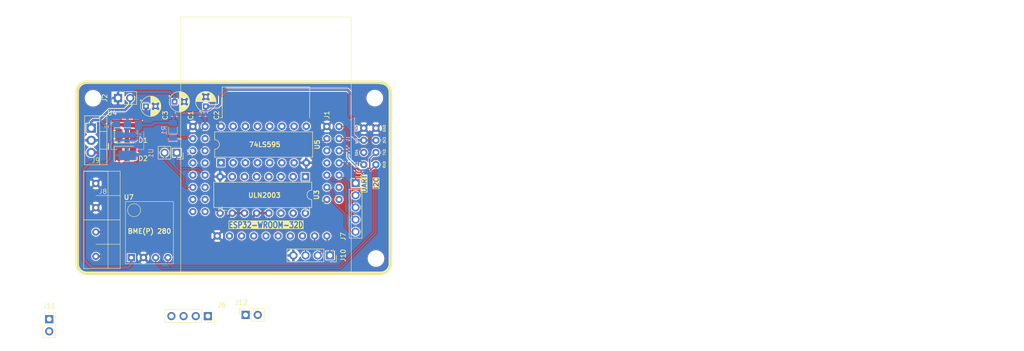
<source format=kicad_pcb>
(kicad_pcb (version 20240108) (generator "pcbnew") (generator_version "8.0")
  (layers (0 "F.Cu" signal) (31 "B.Cu" signal) (34 "B.Paste" user) (35 "F.Paste" user) (36 "B.SilkS" user "B.Silkscreen") (37 "F.SilkS" user "F.Silkscreen") (38 "B.Mask" user) (39 "F.Mask" user) (44 "Edge.Cuts" user))
  (net 0 "")
  (net 1 "GND")
  (net 2 "+3V3")
  (net 3 "+5V")
  (net 4 "/RXD")
  (net 5 "/TXD")
  (net 6 "/SDA")
  (net 7 "/OUT2")
  (net 8 "/OUT3")
  (net 9 "/SCL")
  (net 10 "/OUT1")
  (net 11 "/EN")
  (net 12 "/SOURCE2")
  (net 13 "/SOURCE1")
  (net 14 "/SOURCE3")
  (net 15 "/VDC")
  (net 16 "/DAC1")
  (net 17 "/DAC2")
  (net 18 "/GPIO13")
  (net 19 "/GPIO19")
  (net 20 "/GPIO17")
  (net 21 "/GPIO5")
  (net 22 "/GPIO18")
  (net 23 "/GPIO36")
  (net 24 "/ADC2_CH3")
  (net 25 "/GPIO32")
  (net 26 "/GPIO34")
  (net 27 "/SD_DATA1")
  (net 28 "/SD_DATA2")
  (net 29 "/SD_CLK")
  (net 30 "/SD_CMD")
  (net 31 "/SD_DATA3")
  (net 32 "/ADC2_CH0")
  (net 33 "/GPIO23")
  (net 34 "/SD_DATA0")
  (net 35 "/GPIO27")
  (net 36 "/ADC2_CH2")
  (net 37 "/BOOT")
  (net 38 "/V1-")
  (net 39 "/V1+")
  (net 40 "/GPIO39")
  (net 41 "/OUT4")
  (net 42 "/SOURCE4")
  (net 43 "/OUT5")
  (net 44 "/SOURCE5")
  (net 51 "/I1")
  (net 53 "/I3")
  (net 54 "/I6")
  (net 55 "/I7")
  (net 56 "/I5")
  (net 61 "Net-(J11-Pin_2)")
  (footprint "Capacitor_THT:CP_Radial_D4.0mm_P2.00mm" (layer "F.Cu") (at 106.75 44.9726 90)
    (property "Reference" "C2" (at -1.877399 2.25 -90) (layer "F.SilkS"))
    (property "Value" "1uF")
    (pad "1" thru_hole rect (at 0 0 90) (size 1.2 1.2) (drill 0.6) (layers "*.Cu" "*.Mask") (net 2 "+3V3"))
    (pad "2" thru_hole circle (at 2 0 90) (size 1.2 1.2) (drill 0.6) (layers "*.Cu" "*.Mask") (net 1 "GND"))
  )
  (footprint "LED_SMD:LED_1210_3225Metric_Pad1.42x2.65mm_HandSolder" (layer "F.Cu") (at 90.1125 54.9)
    (property "Reference" "D2" (at 2.4875 1.55 0) (layer "F.SilkS") (effects (justify left bottom)))
    (property "Value" "LED")
    (pad "1" smd roundrect (at -1.4875 0) (size 1.425 2.65) (layers "F.Cu" "F.Paste" "F.Mask") (roundrect_rratio 0.175439) (net 1 "GND"))
    (pad "2" smd roundrect (at 1.4875 0) (size 1.425 2.65) (layers "F.Cu" "F.Paste" "F.Mask") (roundrect_rratio 0.175439) (net 26 "/GPIO34"))
  )
  (footprint "Alexander Footprints Library:ESP32-WROOM-Adapter-Socket-2" (layer "F.Cu") (at 119.3 56.79)
    (property "Reference" "J1" (at 12.7 -10.04 90) (layer "F.SilkS"))
    (property "Value" "~")
    (fp_text user "ESP32-WROOM-32D" (at 0 12.96 0) (layer "F.SilkS" knockout) (effects (font (size 1.25 1) (thickness 0.25) (bold yes))))
    (pad "" thru_hole circle (at -15.24 10.16) (size 1.524 1.524) (drill 0.762) (layers "*.Cu" "*.Mask"))
    (pad "" thru_hole circle (at -12.7 10.16) (size 1.524 1.524) (drill 0.762) (layers "*.Cu" "*.Mask"))
    (pad "1" thru_hole circle (at -15.24 -7.62) (size 1.524 1.524) (drill 0.762) (layers "*.Cu" "*.Mask") (net 1 "GND"))
    (pad "2" thru_hole circle (at -12.7 -7.62) (size 1.524 1.524) (drill 0.762) (layers "*.Cu" "*.Mask") (net 2 "+3V3"))
    (pad "3" thru_hole circle (at -15.24 -5.08) (size 1.524 1.524) (drill 0.762) (layers "*.Cu" "*.Mask") (net 11 "/EN"))
    (pad "4" thru_hole circle (at -12.7 -5.08) (size 1.524 1.524) (drill 0.762) (layers "*.Cu" "*.Mask") (net 23 "/GPIO36"))
    (pad "5" thru_hole circle (at -15.24 -2.54) (size 1.524 1.524) (drill 0.762) (layers "*.Cu" "*.Mask") (net 40 "/GPIO39"))
    (pad "6" thru_hole circle (at -12.7 -2.54) (size 1.524 1.524) (drill 0.762) (layers "*.Cu" "*.Mask") (net 26 "/GPIO34"))
    (pad "7" thru_hole circle (at -15.24 0) (size 1.524 1.524) (drill 0.762) (layers "*.Cu" "*.Mask") (net 43 "/OUT5"))
    (pad "8" thru_hole circle (at -12.7 0) (size 1.524 1.524) (drill 0.762) (layers "*.Cu" "*.Mask") (net 25 "/GPIO32"))
    (pad "9" thru_hole circle (at -15.24 2.54) (size 1.524 1.524) (drill 0.762) (layers "*.Cu" "*.Mask") (net 41 "/OUT4"))
    (pad "10" thru_hole circle (at -12.7 2.54) (size 1.524 1.524) (drill 0.762) (layers "*.Cu" "*.Mask") (net 16 "/DAC1"))
    (pad "11" thru_hole circle (at -15.24 5.08) (size 1.524 1.524) (drill 0.762) (layers "*.Cu" "*.Mask") (net 17 "/DAC2"))
    (pad "12" thru_hole circle (at -12.7 5.08) (size 1.524 1.524) (drill 0.762) (layers "*.Cu" "*.Mask") (net 35 "/GPIO27"))
    (pad "13" thru_hole circle (at -15.24 7.62) (size 1.524 1.524) (drill 0.762) (layers "*.Cu" "*.Mask") (net 8 "/OUT3"))
    (pad "14" thru_hole circle (at -12.7 7.62) (size 1.524 1.524) (drill 0.762) (layers "*.Cu" "*.Mask") (net 7 "/OUT2"))
    (pad "15" thru_hole circle (at -10.16 15.24 90) (size 1.524 1.524) (drill 0.762) (layers "*.Cu" "*.Mask") (net 1 "GND"))
    (pad "16" thru_hole circle (at -7.62 15.24 90) (size 1.524 1.524) (drill 0.762) (layers "*.Cu" "*.Mask") (net 18 "/GPIO13"))
    (pad "17" thru_hole circle (at -5.08 15.24 90) (size 1.524 1.524) (drill 0.762) (layers "*.Cu" "*.Mask") (net 28 "/SD_DATA2"))
    (pad "18" thru_hole circle (at -2.54 15.24 90) (size 1.524 1.524) (drill 0.762) (layers "*.Cu" "*.Mask") (net 31 "/SD_DATA3"))
    (pad "19" thru_hole circle (at 0 15.24 90) (size 1.524 1.524) (drill 0.762) (layers "*.Cu" "*.Mask") (net 30 "/SD_CMD"))
    (pad "20" thru_hole circle (at 2.54 15.24 90) (size 1.524 1.524) (drill 0.762) (layers "*.Cu" "*.Mask") (net 29 "/SD_CLK"))
    (pad "21" thru_hole circle (at 5.08 15.24 90) (size 1.524 1.524) (drill 0.762) (layers "*.Cu" "*.Mask") (net 34 "/SD_DATA0"))
    (pad "22" thru_hole circle (at 7.62 15.24 90) (size 1.524 1.524) (drill 0.762) (layers "*.Cu" "*.Mask") (net 27 "/SD_DATA1"))
    (pad "23" thru_hole circle (at 10.16 15.24 90) (size 1.524 1.524) (drill 0.762) (layers "*.Cu" "*.Mask") (net 24 "/ADC2_CH3"))
    (pad "24" thru_hole circle (at 12.7 15.24 90) (size 1.524 1.524) (drill 0.762) (layers "*.Cu" "*.Mask") (net 36 "/ADC2_CH2"))
    (pad "25" thru_hole circle (at 15.24 7.62) (size 1.524 1.524) (drill 0.762) (layers "*.Cu" "*.Mask") (net 37 "/BOOT"))
    (pad "26" thru_hole circle (at 12.7 7.62) (size 1.524 1.524) (drill 0.762) (layers "*.Cu" "*.Mask") (net 32 "/ADC2_CH0"))
    (pad "27" thru_hole circle (at 15.24 5.08) (size 1.524 1.524) (drill 0.762) (layers "*.Cu" "*.Mask") (net 10 "/OUT1"))
    (pad "28" thru_hole circle (at 12.7 5.08) (size 1.524 1.524) (drill 0.762) (layers "*.Cu" "*.Mask") (net 20 "/GPIO17"))
    (pad "29" thru_hole circle (at 15.24 2.54) (size 1.524 1.524) (drill 0.762) (layers "*.Cu" "*.Mask") (net 21 "/GPIO5"))
    (pad "30" thru_hole circle (at 12.7 2.54) (size 1.524 1.524) (drill 0.762) (layers "*.Cu" "*.Mask") (net 22 "/GPIO18"))
    (pad "31" thru_hole circle (at 15.24 0) (size 1.524 1.524) (drill 0.762) (layers "*.Cu" "*.Mask") (net 19 "/GPIO19"))
    (pad "32" thru_hole circle (at 12.7 0) (size 1.524 1.524) (drill 0.762) (layers "*.Cu" "*.Mask"))
    (pad "33" thru_hole circle (at 15.24 -2.54) (size 1.524 1.524) (drill 0.762) (layers "*.Cu" "*.Mask") (net 6 "/SDA"))
    (pad "34" thru_hole circle (at 12.7 -2.54) (size 1.524 1.524) (drill 0.762) (layers "*.Cu" "*.Mask") (net 4 "/RXD"))
    (pad "35" thru_hole circle (at 15.24 -5.08) (size 1.524 1.524) (drill 0.762) (layers "*.Cu" "*.Mask") (net 5 "/TXD"))
    (pad "36" thru_hole circle (at 12.7 -5.08) (size 1.524 1.524) (drill 0.762) (layers "*.Cu" "*.Mask") (net 9 "/SCL"))
    (pad "37" thru_hole circle (at 15.24 -7.62) (size 1.524 1.524) (drill 0.762) (layers "*.Cu" "*.Mask") (net 33 "/GPIO23"))
    (pad "38" thru_hole circle (at 12.7 -7.62) (size 1.524 1.524) (drill 0.762) (layers "*.Cu" "*.Mask") (net 1 "GND"))
  )
  (footprint "MountingHole:MountingHole_3mm" (layer "F.Cu") (at 142 43.25)
    (property "Reference" "H1" (hide yes))
    (property "Value" "MountingHole_Pad")
    (pad "" np_thru_hole circle (at 0 0) (size 3 3) (drill 3) (layers "*.Cu" "*.Mask"))
  )
  (footprint "MountingHole:MountingHole_3mm" (layer "F.Cu") (at 83.25 43.28)
    (property "Reference" "H2" (hide yes))
    (property "Value" "MountingHole_Pad")
    (pad "" np_thru_hole circle (at 0 0) (size 3 3) (drill 3) (layers "*.Cu" "*.Mask"))
  )
  (footprint "Connector_PinSocket_2.54mm:PinSocket_1x02_P2.54mm_Vertical" (layer "F.Cu") (at 74.1 89.41)
    (property "Reference" "J11" (at 0 -2.77 0) (layer "F.SilkS"))
    (property "Value" "Conn_01x02_Socket")
    (pad "1" thru_hole rect (at 0 0) (size 1.7 1.7) (drill 1) (layers "*.Cu" "*.Mask") (net 3 "+5V"))
    (pad "2" thru_hole oval (at 0 2.54) (size 1.7 1.7) (drill 1) (layers "*.Cu" "*.Mask") (net 61 "Net-(J11-Pin_2)"))
  )
  (footprint "Package_DIP:DIP-16_W7.62mm" (layer "F.Cu") (at 127.52 59.65 -90)
    (property "Reference" "U3" (at 3.81 -2.33 90) (layer "F.SilkS") (effects (font (thickness 0.2) (bold yes))))
    (property "Value" "ULN2003")
    (pad "1" thru_hole rect (at 0 0 270) (size 1.6 1.6) (drill 0.8) (layers "*.Cu" "*.Mask"))
    (pad "2" thru_hole oval (at 0 2.54 270) (size 1.6 1.6) (drill 0.8) (layers "*.Cu" "*.Mask") (net 51 "/I1"))
    (pad "3" thru_hole oval (at 0 5.08 270) (size 1.6 1.6) (drill 0.8) (layers "*.Cu" "*.Mask") (net 53 "/I3"))
    (pad "4" thru_hole oval (at 0 7.62 270) (size 1.6 1.6) (drill 0.8) (layers "*.Cu" "*.Mask") (net 56 "/I5"))
    (pad "5" thru_hole oval (at 0 10.16 270) (size 1.6 1.6) (drill 0.8) (layers "*.Cu" "*.Mask") (net 56 "/I5"))
    (pad "6" thru_hole oval (at 0 12.7 270) (size 1.6 1.6) (drill 0.8) (layers "*.Cu" "*.Mask") (net 55 "/I7"))
    (pad "7" thru_hole oval (at 0 15.24 270) (size 1.6 1.6) (drill 0.8) (layers "*.Cu" "*.Mask") (net 55 "/I7"))
    (pad "8" thru_hole oval (at 0 17.78 270) (size 1.6 1.6) (drill 0.8) (layers "*.Cu" "*.Mask") (net 1 "GND"))
    (pad "9" thru_hole oval (at 7.62 17.78 270) (size 1.6 1.6) (drill 0.8) (layers "*.Cu" "*.Mask") (net 3 "+5V"))
    (pad "10" thru_hole oval (at 7.62 15.24 270) (size 1.6 1.6) (drill 0.8) (layers "*.Cu" "*.Mask") (net 12 "/SOURCE2"))
    (pad "11" thru_hole oval (at 7.62 12.7 270) (size 1.6 1.6) (drill 0.8) (layers "*.Cu" "*.Mask") (net 12 "/SOURCE2"))
    (pad "12" thru_hole oval (at 7.62 10.16 270) (size 1.6 1.6) (drill 0.8) (layers "*.Cu" "*.Mask") (net 13 "/SOURCE1"))
    (pad "13" thru_hole oval (at 7.62 7.62 270) (size 1.6 1.6) (drill 0.8) (layers "*.Cu" "*.Mask") (net 13 "/SOURCE1"))
    (pad "14" thru_hole oval (at 7.62 5.08 270) (size 1.6 1.6) (drill 0.8) (layers "*.Cu" "*.Mask"))
    (pad "15" thru_hole oval (at 7.62 2.54 270) (size 1.6 1.6) (drill 0.8) (layers "*.Cu" "*.Mask"))
    (pad "16" thru_hole oval (at 7.62 0 270) (size 1.6 1.6) (drill 0.8) (layers "*.Cu" "*.Mask"))
  )
  (footprint "Alexander Footprints Library:Conn_Terminal_5mm" (layer "F.Cu") (at 83.82 53.44)
    (property "Reference" "J9" (at -0.02 2.81 0) (layer "F.SilkS") (effects (font (thickness 0.1))))
    (property "Value" "Conn_01x02_Socket")
    (pad "1" thru_hole circle (at 0 7.62) (size 1.524 1.524) (drill 0.762) (layers "*.Cu" "*.Mask") (net 1 "GND"))
    (pad "2" thru_hole circle (at 0 12.7) (size 1.524 1.524) (drill 0.762) (layers "*.Cu" "*.Mask") (net 1 "GND"))
  )
  (footprint "Package_DIP:DIP-16_W7.62mm" (layer "F.Cu") (at 109.925 56.75 90)
    (property "Reference" "U5" (at 3.8 20.075 270) (layer "F.SilkS") (effects (font (thickness 0.2) (bold yes))))
    (property "Value" "74LS595")
    (pad "1" thru_hole rect (at 0 0 90) (size 1.6 1.6) (drill 0.8) (layers "*.Cu" "*.Mask") (net 55 "/I7"))
    (pad "2" thru_hole oval (at 0 2.54 90) (size 1.6 1.6) (drill 0.8) (layers "*.Cu" "*.Mask") (net 55 "/I7"))
    (pad "3" thru_hole oval (at 0 5.08 90) (size 1.6 1.6) (drill 0.8) (layers "*.Cu" "*.Mask") (net 54 "/I6"))
    (pad "4" thru_hole oval (at 0 7.62 90) (size 1.6 1.6) (drill 0.8) (layers "*.Cu" "*.Mask") (net 56 "/I5"))
    (pad "5" thru_hole oval (at 0 10.16 90) (size 1.6 1.6) (drill 0.8) (layers "*.Cu" "*.Mask") (net 56 "/I5"))
    (pad "6" thru_hole oval (at 0 12.7 90) (size 1.6 1.6) (drill 0.8) (layers "*.Cu" "*.Mask") (net 53 "/I3"))
    (pad "7" thru_hole oval (at 0 15.24 90) (size 1.6 1.6) (drill 0.8) (layers "*.Cu" "*.Mask") (net 51 "/I1"))
    (pad "8" thru_hole oval (at 0 17.78 90) (size 1.6 1.6) (drill 0.8) (layers "*.Cu" "*.Mask") (net 1 "GND"))
    (pad "9" thru_hole oval (at 7.62 17.78 90) (size 1.6 1.6) (drill 0.8) (layers "*.Cu" "*.Mask"))
    (pad "10" thru_hole oval (at 7.62 15.24 90) (size 1.6 1.6) (drill 0.8) (layers "*.Cu" "*.Mask"))
    (pad "11" thru_hole oval (at 7.62 12.7 90) (size 1.6 1.6) (drill 0.8) (layers "*.Cu" "*.Mask"))
    (pad "12" thru_hole oval (at 7.62 10.16 90) (size 1.6 1.6) (drill 0.8) (layers "*.Cu" "*.Mask"))
    (pad "13" thru_hole oval (at 7.62 7.62 90) (size 1.6 1.6) (drill 0.8) (layers "*.Cu" "*.Mask"))
    (pad "14" thru_hole oval (at 7.62 5.08 90) (size 1.6 1.6) (drill 0.8) (layers "*.Cu" "*.Mask"))
    (pad "15" thru_hole oval (at 7.62 2.54 90) (size 1.6 1.6) (drill 0.8) (layers "*.Cu" "*.Mask"))
    (pad "16" thru_hole oval (at 7.62 0 90) (size 1.6 1.6) (drill 0.8) (layers "*.Cu" "*.Mask") (net 3 "+5V"))
  )
  (footprint "Connector_PinSocket_2.54mm:PinSocket_1x05_P2.54mm_Vertical" (layer "F.Cu") (at 138 61)
    (property "Reference" "J7" (at -2.6 11.15 90) (layer "F.SilkS"))
    (property "Value" "GPIO")
    (pad "1" thru_hole rect (at 0 0) (size 1.7 1.7) (drill 1) (layers "*.Cu" "*.Mask") (net 19 "/GPIO19"))
    (pad "2" thru_hole oval (at 0 2.54) (size 1.7 1.7) (drill 1) (layers "*.Cu" "*.Mask") (net 33 "/GPIO23"))
    (pad "3" thru_hole oval (at 0 5.08) (size 1.7 1.7) (drill 1) (layers "*.Cu" "*.Mask") (net 21 "/GPIO5"))
    (pad "4" thru_hole oval (at 0 7.62) (size 1.7 1.7) (drill 1) (layers "*.Cu" "*.Mask") (net 22 "/GPIO18"))
    (pad "5" thru_hole oval (at 0 10.16) (size 1.7 1.7) (drill 1) (layers "*.Cu" "*.Mask") (net 20 "/GPIO17"))
  )
  (footprint "Connector_PinSocket_2.54mm:PinSocket_1x02_P2.54mm_Vertical" (layer "F.Cu") (at 88.45 43.22 90)
    (property "Reference" "J2" (at 0 -2.77 -90) (layer "F.SilkS"))
    (property "Value" "PWD")
    (pad "1" thru_hole rect (at 0 0 90) (size 1.7 1.7) (drill 1) (layers "*.Cu" "*.Mask") (net 1 "GND"))
    (pad "2" thru_hole oval (at 0 2.54 90) (size 1.7 1.7) (drill 1) (layers "*.Cu" "*.Mask") (net 15 "/VDC"))
  )
  (footprint "Connector_PinSocket_2.54mm:PinSocket_1x02_P2.54mm_Vertical" (layer "F.Cu") (at 115.05 88.525 90)
    (property "Reference" "J12" (at 2.6 -0.92 180) (layer "F.SilkS"))
    (property "Value" "Conn_01x02_Socket")
    (pad "1" thru_hole rect (at 0 0 90) (size 1.7 1.7) (drill 1) (layers "*.Cu" "*.Mask") (net 39 "/V1+"))
    (pad "2" thru_hole oval (at 0 2.54 90) (size 1.7 1.7) (drill 1) (layers "*.Cu" "*.Mask") (net 38 "/V1-"))
  )
  (footprint "Connector_PinSocket_2.54mm:PinSocket_1x04_P2.54mm_Vertical" (layer "F.Cu") (at 107.2 88.775 -90)
    (property "Reference" "J6" (at -2.3 -2.87 180) (layer "F.SilkS"))
    (property "Value" "SOURCE")
    (pad "1" thru_hole rect (at 0 0 270) (size 1.7 1.7) (drill 1) (layers "*.Cu" "*.Mask") (net 14 "/SOURCE3"))
    (pad "2" thru_hole oval (at 0 2.54 270) (size 1.7 1.7) (drill 1) (layers "*.Cu" "*.Mask") (net 42 "/SOURCE4"))
    (pad "3" thru_hole oval (at 0 5.08 270) (size 1.7 1.7) (drill 1) (layers "*.Cu" "*.Mask") (net 44 "/SOURCE5"))
    (pad "4" thru_hole oval (at 0 7.62 270) (size 1.7 1.7) (drill 1) (layers "*.Cu" "*.Mask") (net 1 "GND"))
  )
  (footprint "Connector_PinSocket_2.54mm:PinSocket_1x04_P2.54mm_Vertical" (layer "F.Cu") (at 132.64 76.1 -90)
    (property "Reference" "J10" (at 0 -2.77 90) (layer "F.SilkS"))
    (property "Value" "ADC")
    (pad "1" thru_hole rect (at 0 0 270) (size 1.7 1.7) (drill 1) (layers "*.Cu" "*.Mask") (net 36 "/ADC2_CH2"))
    (pad "2" thru_hole oval (at 0 2.54 270) (size 1.7 1.7) (drill 1) (layers "*.Cu" "*.Mask") (net 32 "/ADC2_CH0"))
    (pad "3" thru_hole oval (at 0 5.08 270) (size 1.7 1.7) (drill 1) (layers "*.Cu" "*.Mask") (net 24 "/ADC2_CH3"))
    (pad "4" thru_hole oval (at 0 7.62 270) (size 1.7 1.7) (drill 1) (layers "*.Cu" "*.Mask") (net 1 "GND"))
  )
  (footprint "Capacitor_THT:CP_Radial_D4.0mm_P2.00mm" (layer "F.Cu") (at 94.267401 44.948)
    (property "Reference" "C3" (at 4.032599 1.902 90) (layer "F.SilkS"))
    (property "Value" "1uF")
    (pad "1" thru_hole rect (at 0 0) (size 1.2 1.2) (drill 0.6) (layers "*.Cu" "*.Mask") (net 3 "+5V"))
    (pad "2" thru_hole circle (at 2 0) (size 1.2 1.2) (drill 0.6) (layers "*.Cu" "*.Mask") (net 1 "GND"))
  )
  (footprint "Connector_PinSocket_2.54mm:PinSocket_1x02_P2.54mm_Vertical" (layer "F.Cu") (at 100.7 54.65 -90)
    (property "Reference" "J5" (at 0 -2.77 90) (layer "F.SilkS"))
    (property "Value" "DAC_Socket")
    (pad "1" thru_hole rect (at 0 0 270) (size 1.7 1.7) (drill 1) (layers "*.Cu" "*.Mask") (net 16 "/DAC1"))
    (pad "2" thru_hole oval (at 0 2.54 270) (size 1.7 1.7) (drill 1) (layers "*.Cu" "*.Mask") (net 17 "/DAC2"))
  )
  (footprint "Alexander Footprints Library:Conn_UART" (layer "F.Cu") (at 139.7 41.9)
    (property "Reference" "J3" (hide yes))
    (property "Value" "UART")
    (fp_text user "3V3" (at 4.3 10.15 90) (layer "F.SilkS") (effects (font (size 0.5 0.5) (thickness 0.1))))
    (fp_text user "GND" (at 4.3 7.65 90) (layer "F.SilkS") (effects (font (size 0.5 0.5) (thickness 0.1))))
    (fp_text user "RXD" (at 4.3 15.25 90) (layer "F.SilkS") (effects (font (size 0.5 0.5) (thickness 0.1))))
    (fp_text user "TXD" (at 4.3 12.66 90) (layer "F.SilkS") (effects (font (size 0.5 0.5) (thickness 0.1))))
    (fp_text user "UART" (at 0.1 19.25 90) (layer "F.SilkS" knockout) (effects (font (thickness 0.2) (bold yes))))
    (pad "3V3" thru_hole circle (at 0 10.16) (size 1.524 1.524) (drill 0.762) (layers "*.Cu" "*.Mask") (net 2 "+3V3"))
    (pad "GND" thru_hole circle (at 0 7.62) (size 1.524 1.524) (drill 0.762) (layers "*.Cu" "*.Mask") (net 1 "GND"))
    (pad "RXD" thru_hole circle (at 0 15.24) (size 1.524 1.524) (drill 0.762) (layers "*.Cu" "*.Mask") (net 4 "/RXD"))
    (pad "TXD" thru_hole circle (at 0 12.7) (size 1.524 1.524) (drill 0.762) (layers "*.Cu" "*.Mask") (net 5 "/TXD"))
  )
  (footprint "Capacitor_THT:CP_Radial_D4.0mm_P2.00mm" (layer "F.Cu") (at 100.25 44)
    (property "Reference" "C1" (at 3.35 2.85 90) (layer "F.SilkS"))
    (property "Value" "1uF")
    (pad "1" thru_hole rect (at 0 0) (size 1.2 1.2) (drill 0.6) (layers "*.Cu" "*.Mask") (net 15 "/VDC"))
    (pad "2" thru_hole circle (at 2 0) (size 1.2 1.2) (drill 0.6) (layers "*.Cu" "*.Mask") (net 1 "GND"))
  )
  (footprint "Alexander Footprint Library:BME280_BMP280_I2C" (layer "F.Cu") (at 90 77.85 90)
    (property "Reference" "U7" (at 13.9 0.7 0) (layer "F.SilkS") (effects (font (thickness 0.2) (bold yes))))
    (property "Value" "BME(P)280")
    (fp_text user "BME(P) 280" (at 6.8 5 0) (layer "F.SilkS") (effects (font (thickness 0.2) (bold yes))))
    (pad "1" thru_hole rect (at 1.3 1.22 90) (size 1.524 1.524) (drill 0.762) (layers "*.Cu" "*.Mask") (net 2 "+3V3"))
    (pad "2" thru_hole circle (at 1.3 3.76 90) (size 1.524 1.524) (drill 0.762) (layers "*.Cu" "*.Mask") (net 1 "GND"))
    (pad "3" thru_hole circle (at 1.3 6.3 90) (size 1.524 1.524) (drill 0.762) (layers "*.Cu" "*.Mask") (net 9 "/SCL"))
    (pad "4" thru_hole circle (at 1.3 8.84 90) (size 1.524 1.524) (drill 0.762) (layers "*.Cu" "*.Mask") (net 6 "/SDA"))
  )
  (footprint "Alexander Footprints Library:LD1117" (layer "F.Cu") (at 82.855 49.52 -90)
    (property "Reference" "U4" (at -2.58 -3.27 0) (layer "F.SilkS") (effects (justify left bottom)))
    (property "Value" "L7805")
    (pad "1" thru_hole rect (at 0 0 270) (size 1.905 2) (drill 1.1) (layers "*.Cu" "*.Mask") (net 15 "/VDC"))
    (pad "2" thru_hole oval (at 2.54 0 270) (size 1.905 2) (drill 1.1) (layers "*.Cu" "*.Mask") (net 1 "GND"))
    (pad "3" thru_hole oval (at 5.08 0 270) (size 1.905 2) (drill 1.1) (layers "*.Cu" "*.Mask") (net 3 "+5V"))
  )
  (footprint "Alexander Footprints Library:Conn_I2C" (layer "F.Cu") (at 142.24 41.9)
    (property "Reference" "J4" (hide yes))
    (property "Value" "I2C")
    (fp_text user "I2C" (at 0.06 19.15 90) (layer "F.SilkS" knockout) (effects (font (thickness 0.2) (bold yes))))
    (fp_text user "SCL" (at -4.04 15.25 90) (layer "F.SilkS") (effects (font (size 0.5 0.5) (thickness 0.1))))
    (fp_text user "SDA" (at -4.04 12.766 90) (layer "F.SilkS") (effects (font (size 0.5 0.5) (thickness 0.1))))
    (fp_text user "GND" (at -4.04 7.65 90) (layer "F.SilkS") (effects (font (size 0.5 0.5) (thickness 0.1))))
    (fp_text user "Vcc" (at -4.04 10.26 90) (layer "F.SilkS") (effects (font (size 0.5 0.5) (thickness 0.1))))
    (pad "GND" thru_hole circle (at 0 7.62) (size 1.524 1.524) (drill 0.762) (layers "*.Cu" "*.Mask") (net 1 "GND"))
    (pad "SCL" thru_hole circle (at 0 15.24) (size 1.524 1.524) (drill 0.762) (layers "*.Cu" "*.Mask") (net 9 "/SCL"))
    (pad "SDA" thru_hole circle (at 0 12.7) (size 1.524 1.524) (drill 0.762) (layers "*.Cu" "*.Mask") (net 6 "/SDA"))
    (pad "Vcc" thru_hole circle (at 0 10.16) (size 1.524 1.524) (drill 0.762) (layers "*.Cu" "*.Mask") (net 2 "+3V3"))
  )
  (footprint "LED_SMD:LED_1210_3225Metric_Pad1.42x2.65mm_HandSolder" (layer "F.Cu") (at 90.16 51)
    (property "Reference" "D1" (at 2.44 1.65 0) (layer "F.SilkS") (effects (justify left bottom)))
    (property "Value" "LED")
    (pad "1" smd roundrect (at -1.4875 0) (size 1.425 2.65) (layers "F.Cu" "F.Paste" "F.Mask") (roundrect_rratio 0.175439) (net 1 "GND"))
    (pad "2" smd roundrect (at 1.4875 0) (size 1.425 2.65) (layers "F.Cu" "F.Paste" "F.Mask") (roundrect_rratio 0.175439) (net 2 "+3V3"))
  )
  (footprint "MountingHole:MountingHole_3mm" (layer "F.Cu") (at 142.25 76.75)
    (property "Reference" "H4" (hide yes))
    (property "Value" "MountingHole_Pad")
    (pad "" np_thru_hole circle (at 0 0) (size 3 3) (drill 3) (layers "*.Cu" "*.Mask"))
  )
  (footprint "Alexander Footprints Library:Conn_Terminal_5mm" (layer "F.Cu") (at 83.82 63.6)
    (property "Reference" "J8" (at 1.48 -0.85 0) (layer "F.SilkS") (effects (font (thickness 0.1))))
    (property "Value" "Conn_01x02_Socket")
    (pad "1" thru_hole circle (at 0 7.62) (size 1.524 1.524) (drill 0.762) (layers "*.Cu" "*.Mask") (net 12 "/SOURCE2"))
    (pad "2" thru_hole circle (at 0 12.7) (size 1.524 1.524) (drill 0.762) (layers "*.Cu" "*.Mask") (net 13 "/SOURCE1"))
  )
  (footprint "Resistor_SMD:R_1206_3216Metric_Pad1.30x1.75mm_HandSolder" (layer "B.Cu") (at 99.9 50 -90)
    (property "Reference" "R1" (at 0 1.82 90) (layer "B.SilkS") (effects (justify mirror)))
    (property "Value" "10K")
    (pad "1" smd roundrect (at -1.55 0 270) (size 1.3 1.75) (layers "B.Cu" "B.Paste" "B.Mask") (roundrect_rratio 0.192308) (net 2 "+3V3"))
    (pad "2" smd roundrect (at 1.55 0 270) (size 1.3 1.75) (layers "B.Cu" "B.Paste" "B.Mask") (roundrect_rratio 0.192308) (net 11 "/EN"))
  )
  (footprint "Package_TO_SOT_SMD:SOT-223-3_TabPin2" (layer "B.Cu") (at 90.414 52.06 -90)
    (property "Reference" "U1" (at 2.7 -4.9 90) (layer "B.SilkS") (effects (justify mirror)))
    (property "Value" "MAX1726EUK33")
    (pad "1" smd rect (at -3.15 2.3 270) (size 2 1.5) (layers "B.Cu" "B.Paste" "B.Mask") (net 15 "/VDC"))
    (pad "2" smd rect (at -3.15 0 270) (size 2 1.5) (layers "B.Cu" "B.Paste" "B.Mask") (net 1 "GND"))
    (pad "2" smd rect (at 3.15 0 270) (size 2 3.8) (layers "B.Cu" "B.Paste" "B.Mask") (net 1 "GND"))
    (pad "3" smd rect (at -3.15 -2.3 270) (size 2 1.5) (layers "B.Cu" "B.Paste" "B.Mask") (net 2 "+3V3"))
  )
  (gr_line (start 145.25 41.86421) (end 145.25 77.835782) (stroke (width 0.75)) (layer "F.SilkS"))
  (gr_line (start 81.914218 39.914218) (end 143.08579 39.914218) (stroke (width 0.75)) (layer "F.SilkS"))
  (gr_arc (start 145.25 77.835782) (mid 144.664218 79.25) (end 143.25 79.835782) (stroke (width 0.75)) (layer "F.SilkS"))
  (gr_line (start 79.914218 41.86421) (end 79.914218 77.835782) (stroke (width 0.75)) (layer "F.SilkS"))
  (gr_arc (start 81.914218 79.835782) (mid 80.5 79.25) (end 79.914218 77.835782) (stroke (width 0.75)) (layer "F.SilkS"))
  (gr_arc (start 143.25 40) (mid 144.664218 40.585782) (end 145.25 42) (stroke (width 0.75)) (layer "F.SilkS"))
  (gr_arc (start 79.914218 41.914218) (mid 80.5 40.5) (end 81.914218 39.914218) (stroke (width 0.75)) (layer "F.SilkS"))
  (gr_line (start 81.914214 79.835782) (end 143.085786 79.835782) (stroke (width 0.75)) (layer "F.SilkS"))
  (gr_line (start 80 42) (end 80.014214 77.985786) (stroke (width 0.1)) (layer "Edge.Cuts"))
  (gr_arc (start 143.185786 40.014214) (mid 144.6 40.6) (end 145.185786 42.014214) (stroke (width 0.1)) (layer "Edge.Cuts"))
  (gr_arc (start 82.014214 79.985786) (mid 80.6 79.4) (end 80.014214 77.985786) (stroke (width 0.1)) (layer "Edge.Cuts"))
  (gr_line (start 145.185786 42.014214) (end 145.185786 77.985786) (stroke (width 0.1)) (layer "Edge.Cuts"))
  (gr_arc (start 80 42) (mid 80.585786 40.585786) (end 82 40) (stroke (width 0.1)) (layer "Edge.Cuts"))
  (gr_line (start 82.014214 79.985786) (end 143.185786 79.985786) (stroke (width 0.1)) (layer "Edge.Cuts"))
  (gr_arc (start 145.185786 77.985786) (mid 144.6 79.4) (end 143.185786 79.985786) (stroke (width 0.1)) (layer "Edge.Cuts"))
  (gr_line (start 143.185786 40.014214) (end 82 40) (stroke (width 0.1)) (layer "Edge.Cuts"))
  (gr_text "74LS595" (at 119.057143 52.95 0) (layer "F.SilkS") (effects (font (size 1 1) (thickness 0.2) (bold yes))))
  (gr_text "ULN2003" (at 115.5 64.124 0) (layer "F.SilkS") (effects (font (size 1 1) (thickness 0.2) (bold yes)) (justify left bottom)))
  (segment (start 84.21 65.75) (end 83.82 66.14) (width 0.5) (layer "F.Cu") (net 1))
  (segment (start 109.75 44.5) (end 109.75 42.75) (width 0.5) (layer "F.Cu") (net 2))
  (segment (start 136.3 41.5) (end 137.4 42.6) (width 0.5) (layer "F.Cu") (net 2))
  (segment (start 109.2774 44.9726) (end 109.75 44.5) (width 0.5) (layer "F.Cu") (net 2))
  (segment (start 137.4 42.6) (end 137.4 51) (width 0.5) (layer "F.Cu") (net 2))
  (segment (start 137.4 51) (end 138.46 52.06) (width 0.5) (layer "F.Cu") (net 2))
  (segment (start 93.6515 51) (end 94.1515 50.5) (width 0.25) (layer "F.Cu") (net 2))
  (segment (start 109.75 42.75) (end 111 41.5) (width 0.5) (layer "F.Cu") (net 2))
  (segment (start 106.75 44.9726) (end 109.2774 44.9726) (width 0.5) (layer "F.Cu") (net 2))
  (segment (start 105.27 50.5) (end 106.6 49.17) (width 0.25) (layer "F.Cu") (net 2))
  (segment (start 94.1515 50.5) (end 105.27 50.5) (width 0.25) (layer "F.Cu") (net 2))
  (segment (start 91.6475 51) (end 93.6515 51) (width 0.25) (layer "F.Cu") (net 2))
  (segment (start 138.46 52.06) (end 139.7 52.06) (width 0.5) (layer "F.Cu") (net 2))
  (segment (start 111 41.5) (end 136.3 41.5) (width 0.5) (layer "F.Cu") (net 2))
  (segment (start 91.22 76.55) (end 91.22 77.93) (width 0.5) (layer "B.Cu") (net 2))
  (segment (start 106.75 46.5) (end 106.125 47.125) (width 0.5) (layer "B.Cu") (net 2))
  (segment (start 96.056 48.45) (end 100 48.45) (width 0.5) (layer "B.Cu") (net 2))
  (segment (start 136.75 47) (end 137.5 47.75) (width 0.5) (layer "B.Cu") (net 2))
  (segment (start 87.7 52.05) (end 92 52.05) (width 0.5) (layer "B.Cu") (net 2))
  (segment (start 106.6 47.6) (end 106.6 49.17) (width 0.5) (layer "B.Cu") (net 2))
  (segment (start 137.5 51) (end 137.875 51.375) (width 0.5) (layer "B.Cu") (net 2))
  (segment (start 109.75 43) (end 111.25 41.5) (width 0.5) (layer "B.Cu") (net 2))
  (segment (start 109.75 44.5) (end 109.75 43) (width 0.5) (layer "B.Cu") (net 2))
  (segment (start 139.7 52.06) (end 142.24 52.06) (width 0.5) (layer "B.Cu") (net 2))
  (segment (start 95.596 48.91) (end 92.714 48.91) (width 0.5) (layer "B.Cu") (net 2))
  (segment (start 105.5 46.5) (end 105.875 46.875) (width 0.5) (layer "B.Cu") (net 2))
  (segment (start 109.2774 44.9726) (end 109.75 44.5) (width 0.5) (layer "B.Cu") (net 2))
  (segment (start 86.8 55.85) (end 86.8 52.95) (width 0.5) (layer "B.Cu") (net 2))
  (segment (start 81.3 58.05) (end 82.5 56.85) (width 0.5) (layer "B.Cu") (net 2))
  (segment (start 111.25 41.5) (end 136.25 41.5) (width 0.5) (layer "B.Cu") (net 2))
  (segment (start 81.3 76.95) (end 81.3 58.05) (width 0.5) (layer "B.Cu") (net 2))
  (segment (start 91.22 77.93) (end 90.5 78.65) (width 0.5) (layer "B.Cu") (net 2))
  (segment (start 90.5 78.65) (end 83 78.65) (width 0.5) (layer "B.Cu") (net 2))
  (segment (start 100.75 46.5) (end 105.5 46.5) (width 0.5) (layer "B.Cu") (net 2))
  (segment (start 86.8 52.95) (end 87.7 52.05) (width 0.5) (layer "B.Cu") (net 2))
  (segment (start 137.875 51.375) (end 138.56 52.06) (width 0.5) (layer "B.Cu") (net 2))
  (segment (start 106.75 44.9726) (end 109.2774 44.9726) (width 0.5) (layer "B.Cu") (net 2))
  (segment (start 95.596 48.91) (end 96.056 48.45) (width 0.5) (layer "B.Cu") (net 2))
  (segment (start 138.56 52.06) (end 139.7 52.06) (width 0.5) (layer "B.Cu") (net 2))
  (segment (start 100 48.45) (end 100 47.25) (width 0.5) (layer "B.Cu") (net 2))
  (segment (start 136.75 42) (end 136.75 47) (width 0.5) (layer "B.Cu") (net 2))
  (segment (start 105.875 46.875) (end 106.6 47.6) (width 0.5) (layer "B.Cu") (net 2))
  (segment (start 85.8 56.85) (end 86.8 55.85) (width 0.5) (layer "B.Cu") (net 2))
  (segment (start 100 47.25) (end 100.75 46.5) (width 0.5) (layer "B.Cu") (net 2))
  (segment (start 106.77 49) (end 106.6 49.17) (width 0.5) (layer "B.Cu") (net 2))
  (segment (start 92.714 51.336) (end 92.714 48.91) (width 0.5) (layer "B.Cu") (net 2))
  (segment (start 137.5 47.75) (end 137.5 51) (width 0.5) (layer "B.Cu") (net 2))
  (segment (start 106.75 44.9726) (end 106.75 46.5) (width 0.5) (layer "B.Cu") (net 2))
  (segment (start 92 52.05) (end 92.714 51.336) (width 0.5) (layer "B.Cu") (net 2))
  (segment (start 136.25 41.5) (end 136.75 42) (width 0.5) (layer "B.Cu") (net 2))
  (segment (start 82.5 56.85) (end 85.8 56.85) (width 0.5) (layer "B.Cu") (net 2))
  (segment (start 83 78.65) (end 81.3 76.95) (width 0.5) (layer "B.Cu") (net 2))
  (segment (start 87.05 48) (end 92.954 48) (width 0.5) (layer "F.Cu") (net 3))
  (segment (start 109.925 49.13) (end 108.245 47.45) (width 0.5) (layer "F.Cu") (net 3))
  (segment (start 82.855 54.6) (end 85.25 54.6) (width 0.5) (layer "F.Cu") (net 3))
  (segment (start 85.25 54.6) (end 86.1 53.75) (width 0.5) (layer "F.Cu") (net 3))
  (segment (start 108.245 47.45) (end 107.481599 46.686599) (width 0.5) (layer "F.Cu") (net 3))
  (segment (start 92.954 48) (end 94.267401 46.686599) (width 0.5) (layer "F.Cu") (net 3))
  (segment (start 109.74 67.27) (end 108.3 65.83) (width 0.5) (layer "F.Cu") (net 3))
  (segment (start 86.1 53.75) (end 86.1 48.95) (width 0.5) (layer "F.Cu") (net 3))
  (segment (start 94.267401 44.948) (end 94.267401 45.767401) (width 0.5) (layer "F.Cu") (net 3))
  (segment (start 108.3 65.83) (end 108.3 47.505) (width 0.5) (layer "F.Cu") (net 3))
  (segment (start 94.267401 44.948) (end 94.267401 46.686599) (width 0.5) (layer "F.Cu") (net 3))
  (segment (start 86.1 48.95) (end 87.05 48) (width 0.5) (layer "F.Cu") (net 3))
  (segment (start 107.481599 46.686599) (end 94.267401 46.686599) (width 0.5) (layer "F.Cu") (net 3))
  (segment (start 108.3 47.505) (end 108.245 47.45) (width 0.5) (layer "F.Cu") (net 3))
  (segment (start 139.7 57.1) (end 139.7 57.14) (width 0.25) (layer "F.Cu") (net 4))
  (segment (start 133.25 53) (end 135.6 53) (width 0.25) (layer "F.Cu") (net 4))
  (segment (start 135.6 53) (end 139.7 57.1) (width 0.25) (layer "F.Cu") (net 4))
  (segment (start 132 54.25) (end 133.25 53) (width 0.25) (layer "F.Cu") (net 4))
  (segment (start 140.3 57.2) (end 139.3 57.2) (width 0.25) (layer "F.Cu") (net 4))
  (segment (start 136.61 51.71) (end 134.54 51.71) (width 0.25) (layer "F.Cu") (net 5))
  (segment (start 134.74 51.54) (end 134.62 51.66) (width 0.25) (layer "F.Cu") (net 5))
  (segment (start 139.5 54.6) (end 136.61 51.71) (width 0.25) (layer "F.Cu") (net 5))
  (segment (start 139.7 54.6) (end 139.5 54.6) (width 0.25) (layer "F.Cu") (net 5))
  (segment (start 138.59 58.3) (end 140.4 58.3) (width 0.25) (layer "F.Cu") (net 6))
  (segment (start 136.213604 54.25) (end 138 56.036396) (width 0.25) (layer "F.Cu") (net 6))
  (segment (start 138 57.71) (end 138.59 58.3) (width 0.25) (layer "F.Cu") (net 6))
  (segment (start 140.9 55.94) (end 142.24 54.6) (width 0.25) (layer "F.Cu") (net 6))
  (segment (start 140.9 57.8) (end 140.9 55.94) (width 0.25) (layer "F.Cu") (net 6))
  (segment (start 134.54 54.25) (end 136.213604 54.25) (width 0.25) (layer "F.Cu") (net 6))
  (segment (start 138 56.036396) (end 138 57.71) (width 0.25) (layer "F.Cu") (net 6))
  (segment (start 142.24 54.6) (end 142.24 55.26) (width 0.25) (layer "F.Cu") (net 6))
  (segment (start 140.4 58.3) (end 140.9 57.8) (width 0.25) (layer "F.Cu") (net 6))
  (segment (start 98.84 77.49) (end 99.75 78.4) (width 0.25) (layer "B.Cu") (net 6))
  (segment (start 134.55 78.4) (end 141.79 71.16) (width 0.25) (layer "B.Cu") (net 6))
  (segment (start 99.75 78.4) (end 134.55 78.4) (width 0.25) (layer "B.Cu") (net 6))
  (segment (start 141.79 58.74) (end 141 57.95) (width 0.25) (layer "B.Cu") (net 6))
  (segment (start 141 57.95) (end 141 55.84) (width 0.25) (layer "B.Cu") (net 6))
  (segment (start 141 55.84) (end 142.24 54.6) (width 0.25) (layer "B.Cu") (net 6))
  (segment (start 141.79 71.16) (end 141.79 58.74) (width 0.25) (layer "B.Cu") (net 6))
  (segment (start 98.84 76.55) (end 98.84 77.49) (width 0.25) (layer "B.Cu") (net 6))
  (segment (start 131.5 55.5) (end 135.153604 55.5) (width 0.25) (layer "F.Cu") (net 9))
  (segment (start 130.745 54.745) (end 131.5 55.5) (width 0.25) (layer "F.Cu") (net 9))
  (segment (start 132.08 51.66) (end 130.745 52.995) (width 0.25) (layer "F.Cu") (net 9))
  (segment (start 135.153604 55.5) (end 138.403604 58.75) (width 0.25) (layer "F.Cu") (net 9))
  (segment (start 138.403604 58.75) (end 140.63 58.75) (width 0.25) (layer "F.Cu") (net 9))
  (segment (start 140.63 58.75) (end 142.24 57.14) (width 0.25) (layer "F.Cu") (net 9))
  (segment (start 130.745 52.995) (end 130.745 54.745) (width 0.25) (layer "F.Cu") (net 9))
  (segment (start 142.24 71.41) (end 142.24 57.14) (width 0.25) (layer "B.Cu") (net 9))
  (segment (start 97.7 78.85) (end 134.8 78.85) (width 0.25) (layer "B.Cu") (net 9))
  (segment (start 96.3 77.45) (end 97.7 78.85) (width 0.25) (layer "B.Cu") (net 9))
  (segment (start 134.8 78.85) (end 142.24 71.41) (width 0.25) (layer "B.Cu") (net 9))
  (segment (start 96.3 76.55) (end 96.3 77.45) (width 0.25) (layer "B.Cu") (net 9))
  (segment (start 103.72 52.05) (end 104.06 51.71) (width 0.25) (layer "F.Cu") (net 11))
  (segment (start 100 51.55) (end 103.9 51.55) (width 0.25) (layer "B.Cu") (net 11))
  (segment (start 103.9 51.55) (end 104.06 51.71) (width 0.25) (layer "B.Cu") (net 11))
  (segment (start 83.82 71.22) (end 85.77 71.22) (width 0.5) (layer "F.Cu") (net 12))
  (segment (start 112.28 67.27) (end 114.82 67.27) (width 0.5) (layer "F.Cu") (net 12))
  (segment (start 85.77 71.22) (end 88 73.45) (width 0.5) (layer "F.Cu") (net 12))
  (segment (start 88 73.45) (end 99 73.45) (width 0.5) (layer "F.Cu") (net 12))
  (segment (start 103.3 69.15) (end 110.3 69.15) (width 0.5) (layer "F.Cu") (net 12))
  (segment (start 112.18 67.27) (end 112.28 67.27) (width 0.5) (layer "F.Cu") (net 12))
  (segment (start 110.3 69.15) (end 112.18 67.27) (width 0.5) (layer "F.Cu") (net 12))
  (segment (start 99 73.45) (end 103.3 69.15) (width 0.5) (layer "F.Cu") (net 12))
  (segment (start 103.7 69.85) (end 114.78 69.85) (width 0.5) (layer "F.Cu") (net 13))
  (segment (start 88 74.15) (end 99.4 74.15) (width 0.5) (layer "F.Cu") (net 13))
  (segment (start 83.82 76.3) (end 85.85 76.3) (width 0.5) (layer "F.Cu") (net 13))
  (segment (start 99.4 74.15) (end 103.7 69.85) (width 0.5) (layer "F.Cu") (net 13))
  (segment (start 85.85 76.3) (end 88 74.15) (width 0.5) (layer "F.Cu") (net 13))
  (segment (start 114.78 69.85) (end 117.36 67.27) (width 0.5) (layer "F.Cu") (net 13))
  (segment (start 117.36 67.27) (end 119.9 67.27) (width 0.5) (layer "F.Cu") (net 13))
  (segment (start 88.45 45.76) (end 86.64 45.76) (width 0.5) (layer "F.Cu") (net 15))
  (segment (start 89.9 45.76) (end 88.45 45.76) (width 0.5) (layer "F.Cu") (net 15))
  (segment (start 82.855 48.245) (end 82.855 50.06) (width 0.5) (layer "F.Cu") (net 15))
  (segment (start 84.6 47.8) (end 83.3 47.8) (width 0.5) (layer "F.Cu") (net 15))
  (segment (start 90.99 44.67) (end 89.9 45.76) (width 0.5) (layer "F.Cu") (net 15))
  (segment (start 83.3 47.8) (end 82.855 48.245) (width 0.5) (layer "F.Cu") (net 15))
  (segment (start 90.99 43.22) (end 90.99 44.67) (width 0.5) (layer "F.Cu") (net 15))
  (segment (start 86.64 45.76) (end 84.6 47.8) (width 0.5) (layer "F.Cu") (net 15))
  (segment (start 89.9 45.76) (end 90.99 44.67) (width 0.5) (layer "B.Cu") (net 15))
  (segment (start 85.71 48.91) (end 88.114 48.91) (width 0.5) (layer "B.Cu") (net 15))
  (segment (start 90.99 44.67) (end 90.99 43.22) (width 0.5) (layer "B.Cu") (net 15))
  (segment (start 90.99 43.22) (end 92.21 42) (width 0.5) (layer "B.Cu") (net 15))
  (segment (start 99.25 42) (end 100.25 43) (width 0.5) (layer "B.Cu") (net 15))
  (segment (start 84.6 47.8) (end 86.64 45.76) (width 0.5) (layer "B.Cu") (net 15))
  (segment (start 84.6 47.8) (end 85.71 48.91) (width 0.5) (layer "B.Cu") (net 15))
  (segment (start 100.25 43) (end 100.25 44) (width 0.5) (layer "B.Cu") (net 15))
  (segment (start 83.3 47.8) (end 84.6 47.8) (width 0.5) (layer "B.Cu") (net 15))
  (segment (start 86.64 45.76) (end 89.9 45.76) (width 0.5) (layer "B.Cu") (net 15))
  (segment (start 92.21 42) (end 99.25 42) (width 0.5) (layer "B.Cu") (net 15))
  (segment (start 82.855 49.52) (end 82.855 48.245) (width 0.5) (layer "B.Cu") (net 15))
  (segment (start 82.855 48.245) (end 83.3 47.8) (width 0.5) (layer "B.Cu") (net 15))
  (segment (start 105.27 58) (end 101.5 58) (width 0.25) (layer "B.Cu") (net 16))
  (segment (start 101.5 58) (end 100.7 57.2) (width 0.25) (layer "B.Cu") (net 16))
  (segment (start 100.7 57.2) (end 100.7 54.65) (width 0.25) (layer "B.Cu") (net 16))
  (segment (start 106.6 59.33) (end 105.27 58) (width 0.25) (layer "B.Cu") (net 16))
  (segment (start 102.62 61.87) (end 104.06 61.87) (width 0.25) (layer "B.Cu") (net 17))
  (segment (start 102.2 60.05) (end 102.2 61.45) (width 0.25) (layer "B.Cu") (net 17))
  (segment (start 98.16 56.01) (end 102.2 60.05) (width 0.25) (layer "B.Cu") (net 17))
  (segment (start 102.2 61.45) (end 102.62 61.87) (width 0.25) (layer "B.Cu") (net 17))
  (segment (start 98.16 54.65) (end 98.16 56.01) (width 0.25) (layer "B.Cu") (net 17))
  (segment (start 136.69 56.74) (end 134.62 56.74) (width 0.25) (layer "B.Cu") (net 19))
  (segment (start 138.5 60.96) (end 138.46 61) (width 0.25) (layer "B.Cu") (net 19))
  (segment (start 138 61) (end 138 58.05) (width 0.25) (layer "B.Cu") (net 19))
  (segment (start 138 58.05) (end 136.69 56.74) (width 0.25) (layer "B.Cu") (net 19))
  (segment (start 135.8 70.05) (end 135.8 67.4) (width 0.25) (layer "B.Cu") (net 20))
  (segment (start 136.87 71.12) (end 135.8 70.05) (width 0.25) (layer "B.Cu") (net 20))
  (segment (start 138.5 71.12) (end 136.87 71.12) (width 0.25) (layer "B.Cu") (net 20))
  (segment (start 135.8 67.4) (end 133.25 64.85) (width 0.25) (layer "B.Cu") (net 20))
  (segment (start 133.25 62.99) (end 132.08 61.82) (width 0.25) (layer "B.Cu") (net 20))
  (segment (start 133.25 64.85) (end 133.25 62.99) (width 0.25) (layer "B.Cu") (net 20))
  (segment (start 137.96 66.04) (end 136.5 64.58) (width 0.25) (layer "B.Cu") (net 21))
  (segment (start 136.5 64.58) (end 136.5 61.113604) (width 0.25) (layer "B.Cu") (net 21))
  (segment (start 136.5 61.113604) (end 134.666396 59.28) (width 0.25) (layer "B.Cu") (net 21))
  (segment (start 134.666396 59.28) (end 134.62 59.28) (width 0.25) (layer "B.Cu") (net 21))
  (segment (start 133.3 60.5) (end 132.08 59.28) (width 0.25) (layer "B.Cu") (net 22))
  (segment (start 136 66.62) (end 136 61.25) (width 0.25) (layer "B.Cu") (net 22))
  (segment (start 136 61.25) (end 135.25 60.5) (width 0.25) (layer "B.Cu") (net 22))
  (segment (start 137.96 68.58) (end 136 66.62) (width 0.25) (layer "B.Cu") (net 22))
  (segment (start 135.25 60.5) (end 133.3 60.5) (width 0.25) (layer "B.Cu") (net 22))
  (segment (start 127.56 74.84) (end 129.46 72.94) (width 0.25) (layer "F.Cu") (net 24))
  (segment (start 129.46 72.94) (end 129.46 72.03) (width 0.25) (layer "F.Cu") (net 24))
  (segment (start 127.56 76.9) (end 127.56 75.64) (width 0.25) (layer "F.Cu") (net 24))
  (segment (start 127.56 76.1) (end 127.56 74.84) (width 0.25) (layer "F.Cu") (net 24))
  (segment (start 93.1 54.9) (end 96 52) (width 0.25) (layer "F.Cu") (net 26))
  (segment (start 105.35 53) (end 106.6 54.25) (width 0.25) (layer "F.Cu") (net 26))
  (segment (start 102.45 53) (end 105.35 53) (width 0.25) (layer "F.Cu") (net 26))
  (segment (start 96 52) (end 101.45 52) (width 0.25) (layer "F.Cu") (net 26))
  (segment (start 91.6 54.9) (end 93.1 54.9) (width 0.25) (layer "F.Cu") (net 26))
  (segment (start 101.45 52) (end 102.45 53) (width 0.25) (layer "F.Cu") (net 26))
  (segment (start 130.1 76.1) (end 130.913 75.287) (width 0.25) (layer "F.Cu") (net 32))
  (segment (start 130.913 73.663) (end 130.7 73.45) (width 0.25) (layer "F.Cu") (net 32))
  (segment (start 130.7 73.45) (end 130.7 65.71) (width 0.25) (layer "F.Cu") (net 32))
  (segment (start 130.913 75.287) (end 130.913 73.663) (width 0.25) (layer "F.Cu") (net 32))
  (segment (start 130.7 65.71) (end 132 64.41) (width 0.25) (layer "F.Cu") (net 32))
  (segment (start 135.47 49.17) (end 136.4 50.1) (width 0.25) (layer "B.Cu") (net 33))
  (segment (start 135.1 49.6) (end 134.62 49.12) (width 0.25) (layer "B.Cu") (net 33))
  (segment (start 136.4 55.75) (end 139.4 58.75) (width 0.25) (layer "B.Cu") (net 33))
  (segment (start 134.54 49.17) (end 135.47 49.17) (width 0.25) (layer "B.Cu") (net 33))
  (segment (start 139.4 58.75) (end 139.4 62.14) (width 0.25) (layer "B.Cu") (net 33))
  (segment (start 139.4 62.14) (end 138 63.54) (width 0.25) (layer "B.Cu") (net 33))
  (segment (start 136.4 50.1) (end 136.4 55.75) (width 0.25) (layer "B.Cu") (net 33))
  (segment (start 132.08 74.18) (end 132.08 72.03) (width 0.25) (layer "F.Cu") (net 36))
  (segment (start 132.64 76.1) (end 132.64 74.74) (width 0.25) (layer "F.Cu") (net 36))
  (segment (start 132.64 74.74) (end 132.08 74.18) (width 0.25) (layer "F.Cu") (net 36))
  (segment (start 134.77 64.64) (end 134.54 64.41) (width 0.25) (layer "F.Cu") (net 37))
  (segment (start 134.5 64.45) (end 134.54 64.41) (width 0.25) (layer "F.Cu") (net 37))
  (segment (start 103.97 59.28) (end 104.14 59.28) (width 0.25) (layer "F.Cu") (net 41))
  (zone (net 1) (net_name "GND") (layer "F.Cu") (priority 1) (connect_pads (clearance 0)) (min_thickness 0.25) (fill yes (thermal_gap 0.5) (thermal_bridge_width 0.5))
    (polygon (pts (xy 80 40) (xy 80 80) (xy 145.25 80) (xy 145.25 40)))
  )
  (zone (net 1) (net_name "GND") (layer "B.Cu") (connect_pads (clearance 0)) (min_thickness 0.25) (fill yes (thermal_gap 0.5) (thermal_bridge_width 0.5))
    (polygon (pts (xy 80 40) (xy 145.2 40) (xy 145.2 80) (xy 80 80)))
  )
)
</source>
